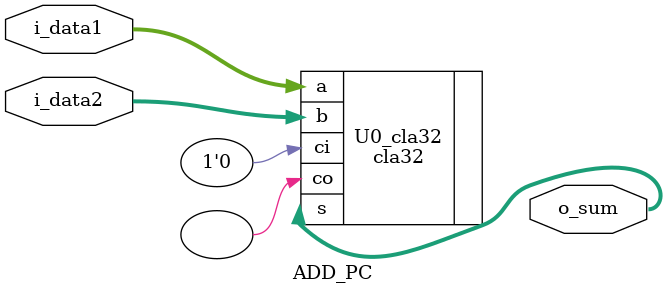
<source format=v>
module ADD_PC(i_data1,i_data2,o_sum);
  input [31:0]i_data1;      //input 32bit data
  input [31:0]i_data2;      //input 32bit data
  output [31:0]o_sum;       //output 32bit sum, not carry out
  
  cla32 U0_cla32(.a(i_data1), .b(i_data2), .ci(1'b0), .s(o_sum), .co());  //instance 32bit cla. carry in =0
  
endmodule







</source>
